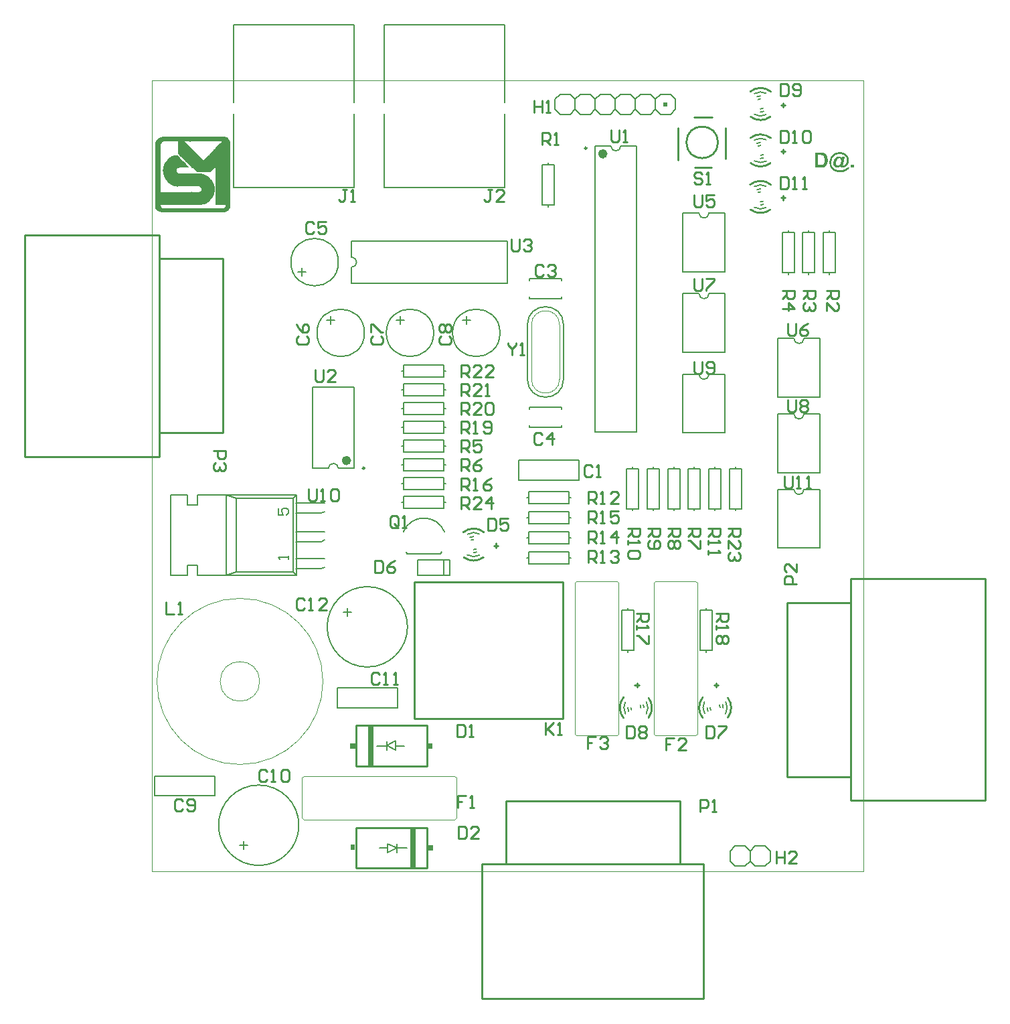
<source format=gto>
%FSLAX24Y24*%
%MOIN*%
G70*
G01*
G75*
G04 Layer_Color=61183*
%ADD10C,0.0236*%
%ADD11C,0.0157*%
%ADD12C,0.0591*%
%ADD13C,0.0197*%
%ADD14C,0.0394*%
%ADD15C,0.0709*%
%ADD16C,0.0315*%
%ADD17R,0.7480X0.4724*%
%ADD18R,0.3533X0.6102*%
%ADD19C,0.1378*%
%ADD20C,0.0787*%
%ADD21R,0.0591X0.0591*%
%ADD22C,0.0591*%
%ADD23C,0.0551*%
%ADD24C,0.1181*%
%ADD25O,0.0787X0.1575*%
G04:AMPARAMS|DCode=26|XSize=60mil|YSize=90.6mil|CornerRadius=0mil|HoleSize=0mil|Usage=FLASHONLY|Rotation=0.000|XOffset=0mil|YOffset=0mil|HoleType=Round|Shape=Octagon|*
%AMOCTAGOND26*
4,1,8,-0.0150,0.0453,0.0150,0.0453,0.0300,0.0303,0.0300,-0.0303,0.0150,-0.0453,-0.0150,-0.0453,-0.0300,-0.0303,-0.0300,0.0303,-0.0150,0.0453,0.0*
%
%ADD26OCTAGOND26*%

%ADD27O,0.0600X0.0906*%
%ADD28C,0.0650*%
%ADD29C,0.0591*%
%ADD30R,0.0591X0.0591*%
%ADD31C,0.0630*%
%ADD32C,0.1161*%
%ADD33O,0.1000X0.0600*%
G04:AMPARAMS|DCode=34|XSize=100mil|YSize=60mil|CornerRadius=0mil|HoleSize=0mil|Usage=FLASHONLY|Rotation=180.000|XOffset=0mil|YOffset=0mil|HoleType=Round|Shape=Octagon|*
%AMOCTAGOND34*
4,1,8,-0.0500,0.0150,-0.0500,-0.0150,-0.0350,-0.0300,0.0350,-0.0300,0.0500,-0.0150,0.0500,0.0150,0.0350,0.0300,-0.0350,0.0300,-0.0500,0.0150,0.0*
%
%ADD34OCTAGOND34*%

G04:AMPARAMS|DCode=35|XSize=80mil|YSize=60mil|CornerRadius=0mil|HoleSize=0mil|Usage=FLASHONLY|Rotation=90.000|XOffset=0mil|YOffset=0mil|HoleType=Round|Shape=Octagon|*
%AMOCTAGOND35*
4,1,8,0.0150,0.0400,-0.0150,0.0400,-0.0300,0.0250,-0.0300,-0.0250,-0.0150,-0.0400,0.0150,-0.0400,0.0300,-0.0250,0.0300,0.0250,0.0150,0.0400,0.0*
%
%ADD35OCTAGOND35*%

%ADD36C,0.0630*%
%ADD37R,0.0630X0.0630*%
%ADD38R,0.0591X0.0591*%
%ADD39R,0.1181X0.1181*%
%ADD40C,0.0709*%
%ADD41R,0.0630X0.0630*%
%ADD42O,0.1772X0.1378*%
%ADD43C,0.0866*%
%ADD44R,0.0866X0.0866*%
%ADD45C,0.1969*%
%ADD46R,0.0669X0.0984*%
%ADD47O,0.0669X0.0984*%
%ADD48R,0.0984X0.0984*%
%ADD49C,0.0984*%
%ADD50O,0.1575X0.0787*%
G04:AMPARAMS|DCode=51|XSize=60mil|YSize=90.6mil|CornerRadius=0mil|HoleSize=0mil|Usage=FLASHONLY|Rotation=90.000|XOffset=0mil|YOffset=0mil|HoleType=Round|Shape=Octagon|*
%AMOCTAGOND51*
4,1,8,-0.0453,-0.0150,-0.0453,0.0150,-0.0303,0.0300,0.0303,0.0300,0.0453,0.0150,0.0453,-0.0150,0.0303,-0.0300,-0.0303,-0.0300,-0.0453,-0.0150,0.0*
%
%ADD51OCTAGOND51*%

%ADD52O,0.0906X0.0600*%
%ADD53O,0.1400X0.0900*%
G04:AMPARAMS|DCode=54|XSize=118.1mil|YSize=118.1mil|CornerRadius=29.5mil|HoleSize=0mil|Usage=FLASHONLY|Rotation=270.000|XOffset=0mil|YOffset=0mil|HoleType=Round|Shape=RoundedRectangle|*
%AMROUNDEDRECTD54*
21,1,0.1181,0.0591,0,0,270.0*
21,1,0.0591,0.1181,0,0,270.0*
1,1,0.0591,-0.0295,-0.0295*
1,1,0.0591,-0.0295,0.0295*
1,1,0.0591,0.0295,0.0295*
1,1,0.0591,0.0295,-0.0295*
%
%ADD54ROUNDEDRECTD54*%
%ADD55O,0.1378X0.1772*%
%ADD56C,0.0500*%
%ADD57C,0.0472*%
%ADD58C,0.0100*%
%ADD59C,0.0079*%
%ADD60C,0.0098*%
%ADD61C,0.0060*%
%ADD62C,0.0020*%
%ADD63C,0.0039*%
%ADD64C,0.0030*%
%ADD65C,0.0080*%
%ADD66R,0.0200X0.0200*%
%ADD67R,0.0219X0.0300*%
%ADD68R,0.0252X0.0300*%
%ADD69R,0.0300X0.2008*%
%ADD70R,0.0219X0.0300*%
%ADD71R,0.0300X0.2008*%
G36*
X34969Y35020D02*
X34823D01*
Y35165D01*
X34969D01*
Y35020D01*
D02*
G37*
G36*
X34299Y35790D02*
X34310D01*
X34323Y35789D01*
X34338Y35786D01*
X34355Y35785D01*
X34372Y35782D01*
X34391Y35778D01*
X34430Y35769D01*
X34469Y35758D01*
X34489Y35750D01*
X34508Y35740D01*
X34510D01*
X34513Y35738D01*
X34518Y35735D01*
X34526Y35731D01*
X34534Y35725D01*
X34543Y35720D01*
X34566Y35703D01*
X34590Y35683D01*
X34617Y35658D01*
X34641Y35630D01*
X34663Y35596D01*
X34664Y35595D01*
X34665Y35592D01*
X34668Y35587D01*
X34671Y35580D01*
X34676Y35571D01*
X34680Y35560D01*
X34685Y35549D01*
X34691Y35536D01*
X34695Y35521D01*
X34700Y35505D01*
X34709Y35471D01*
X34715Y35432D01*
X34717Y35413D01*
Y35392D01*
Y35391D01*
Y35386D01*
Y35379D01*
X34716Y35370D01*
X34715Y35359D01*
X34713Y35345D01*
X34710Y35330D01*
X34707Y35313D01*
X34702Y35294D01*
X34698Y35276D01*
X34691Y35256D01*
X34683Y35235D01*
X34673Y35215D01*
X34662Y35194D01*
X34650Y35174D01*
X34635Y35153D01*
X34634Y35152D01*
X34631Y35148D01*
X34625Y35141D01*
X34617Y35133D01*
X34606Y35122D01*
X34595Y35111D01*
X34581Y35099D01*
X34565Y35087D01*
X34547Y35074D01*
X34527Y35062D01*
X34506Y35051D01*
X34483Y35040D01*
X34458Y35032D01*
X34431Y35025D01*
X34404Y35021D01*
X34375Y35020D01*
X34368D01*
X34360Y35021D01*
X34351Y35022D01*
X34330Y35027D01*
X34319Y35030D01*
X34310Y35035D01*
X34309Y35036D01*
X34307Y35037D01*
X34303Y35040D01*
X34299Y35046D01*
X34294Y35052D01*
X34288Y35060D01*
X34285Y35068D01*
X34281Y35078D01*
X34280Y35077D01*
X34279Y35076D01*
X34276Y35073D01*
X34271Y35069D01*
X34265Y35065D01*
X34258Y35060D01*
X34241Y35050D01*
X34220Y35038D01*
X34196Y35029D01*
X34170Y35022D01*
X34156Y35021D01*
X34141Y35020D01*
X34133D01*
X34127Y35021D01*
X34119Y35022D01*
X34111Y35023D01*
X34091Y35027D01*
X34068Y35034D01*
X34045Y35045D01*
X34033Y35051D01*
X34021Y35059D01*
X34009Y35068D01*
X33999Y35078D01*
X33998Y35080D01*
X33997Y35081D01*
X33994Y35084D01*
X33990Y35089D01*
X33986Y35095D01*
X33982Y35103D01*
X33976Y35111D01*
X33971Y35120D01*
X33961Y35143D01*
X33952Y35170D01*
X33945Y35201D01*
X33944Y35217D01*
X33942Y35235D01*
Y35236D01*
Y35241D01*
Y35247D01*
X33944Y35256D01*
X33945Y35266D01*
X33946Y35279D01*
X33948Y35293D01*
X33950Y35308D01*
X33955Y35325D01*
X33959Y35343D01*
X33964Y35361D01*
X33971Y35379D01*
X33979Y35399D01*
X33988Y35419D01*
X33999Y35438D01*
X34010Y35457D01*
X34012Y35458D01*
X34014Y35462D01*
X34018Y35468D01*
X34025Y35476D01*
X34033Y35485D01*
X34043Y35496D01*
X34054Y35506D01*
X34068Y35518D01*
X34082Y35529D01*
X34098Y35540D01*
X34115Y35550D01*
X34134Y35559D01*
X34155Y35567D01*
X34175Y35573D01*
X34198Y35578D01*
X34221Y35579D01*
X34231D01*
X34236Y35578D01*
X34244Y35577D01*
X34253Y35575D01*
X34273Y35570D01*
X34295Y35562D01*
X34307Y35556D01*
X34318Y35549D01*
X34329Y35541D01*
X34339Y35530D01*
X34348Y35520D01*
X34357Y35507D01*
X34370Y35566D01*
X34506D01*
X34429Y35195D01*
Y35194D01*
X34428Y35189D01*
X34427Y35183D01*
X34425Y35176D01*
X34423Y35161D01*
X34422Y35155D01*
Y35150D01*
Y35148D01*
X34423Y35143D01*
X34424Y35136D01*
X34428Y35130D01*
X34429Y35129D01*
X34431Y35128D01*
X34436Y35126D01*
X34442Y35125D01*
X34446D01*
X34451Y35126D01*
X34459Y35128D01*
X34468Y35132D01*
X34479Y35137D01*
X34491Y35144D01*
X34505Y35155D01*
X34506D01*
X34507Y35157D01*
X34514Y35161D01*
X34523Y35171D01*
X34536Y35182D01*
X34549Y35197D01*
X34564Y35216D01*
X34578Y35236D01*
X34590Y35260D01*
Y35261D01*
X34592Y35263D01*
X34594Y35266D01*
X34596Y35271D01*
X34598Y35277D01*
X34601Y35285D01*
X34608Y35302D01*
X34613Y35323D01*
X34619Y35346D01*
X34623Y35370D01*
X34624Y35397D01*
Y35398D01*
Y35402D01*
Y35409D01*
X34623Y35419D01*
X34621Y35429D01*
X34619Y35442D01*
X34616Y35456D01*
X34612Y35472D01*
X34608Y35488D01*
X34602Y35505D01*
X34594Y35522D01*
X34585Y35541D01*
X34574Y35558D01*
X34562Y35577D01*
X34548Y35594D01*
X34532Y35610D01*
X34530Y35611D01*
X34527Y35613D01*
X34522Y35618D01*
X34514Y35624D01*
X34505Y35630D01*
X34494Y35638D01*
X34481Y35646D01*
X34465Y35654D01*
X34447Y35662D01*
X34428Y35669D01*
X34407Y35677D01*
X34384Y35683D01*
X34360Y35688D01*
X34333Y35693D01*
X34304Y35695D01*
X34274Y35696D01*
X34261D01*
X34251Y35695D01*
X34239D01*
X34225Y35693D01*
X34210Y35692D01*
X34193Y35690D01*
X34156Y35683D01*
X34115Y35672D01*
X34096Y35665D01*
X34075Y35658D01*
X34055Y35649D01*
X34037Y35639D01*
X34036Y35638D01*
X34032Y35637D01*
X34028Y35633D01*
X34021Y35628D01*
X34013Y35623D01*
X34003Y35615D01*
X33993Y35607D01*
X33983Y35597D01*
X33971Y35586D01*
X33959Y35574D01*
X33947Y35560D01*
X33934Y35547D01*
X33911Y35514D01*
X33890Y35477D01*
Y35476D01*
X33888Y35473D01*
X33886Y35467D01*
X33882Y35459D01*
X33879Y35450D01*
X33875Y35438D01*
X33871Y35426D01*
X33866Y35412D01*
X33862Y35396D01*
X33857Y35379D01*
X33850Y35343D01*
X33844Y35303D01*
X33842Y35262D01*
Y35261D01*
Y35257D01*
Y35251D01*
X33843Y35243D01*
Y35234D01*
X33846Y35223D01*
X33847Y35210D01*
X33849Y35196D01*
X33856Y35165D01*
X33865Y35132D01*
X33879Y35098D01*
X33887Y35081D01*
X33896Y35064D01*
X33897Y35062D01*
X33899Y35060D01*
X33902Y35055D01*
X33907Y35049D01*
X33912Y35042D01*
X33919Y35034D01*
X33927Y35024D01*
X33937Y35014D01*
X33947Y35004D01*
X33959Y34993D01*
X33985Y34971D01*
X34016Y34950D01*
X34051Y34933D01*
X34052D01*
X34055Y34931D01*
X34061Y34930D01*
X34068Y34926D01*
X34077Y34924D01*
X34089Y34921D01*
X34101Y34916D01*
X34116Y34912D01*
X34133Y34909D01*
X34150Y34904D01*
X34168Y34901D01*
X34188Y34899D01*
X34232Y34894D01*
X34278Y34892D01*
X34289D01*
X34299Y34893D01*
X34309D01*
X34322Y34894D01*
X34336Y34895D01*
X34351Y34896D01*
X34384Y34900D01*
X34420Y34907D01*
X34455Y34915D01*
X34490Y34926D01*
X34491D01*
X34494Y34927D01*
X34498Y34930D01*
X34505Y34933D01*
X34512Y34937D01*
X34521Y34941D01*
X34542Y34953D01*
X34564Y34967D01*
X34588Y34985D01*
X34612Y35006D01*
X34634Y35030D01*
X34745D01*
Y35029D01*
X34743Y35025D01*
X34739Y35020D01*
X34736Y35013D01*
X34730Y35004D01*
X34723Y34994D01*
X34715Y34983D01*
X34706Y34970D01*
X34695Y34957D01*
X34684Y34944D01*
X34670Y34931D01*
X34656Y34917D01*
X34640Y34903D01*
X34624Y34891D01*
X34605Y34878D01*
X34586Y34866D01*
X34585Y34865D01*
X34580Y34863D01*
X34573Y34859D01*
X34564Y34856D01*
X34552Y34850D01*
X34537Y34844D01*
X34521Y34839D01*
X34503Y34832D01*
X34482Y34825D01*
X34459Y34819D01*
X34435Y34813D01*
X34408Y34808D01*
X34381Y34804D01*
X34351Y34801D01*
X34319Y34798D01*
X34287Y34797D01*
X34271D01*
X34258Y34798D01*
X34243Y34799D01*
X34227Y34801D01*
X34208Y34802D01*
X34187Y34804D01*
X34164Y34808D01*
X34140Y34811D01*
X34091Y34821D01*
X34066Y34828D01*
X34040Y34836D01*
X34016Y34844D01*
X33992Y34855D01*
X33991Y34856D01*
X33986Y34857D01*
X33980Y34861D01*
X33972Y34865D01*
X33962Y34872D01*
X33949Y34879D01*
X33937Y34887D01*
X33923Y34897D01*
X33908Y34909D01*
X33893Y34922D01*
X33878Y34936D01*
X33863Y34950D01*
X33848Y34967D01*
X33834Y34985D01*
X33820Y35004D01*
X33809Y35024D01*
X33807Y35025D01*
X33806Y35029D01*
X33803Y35036D01*
X33799Y35044D01*
X33795Y35054D01*
X33790Y35067D01*
X33784Y35081D01*
X33779Y35097D01*
X33773Y35114D01*
X33767Y35133D01*
X33763Y35153D01*
X33758Y35174D01*
X33751Y35220D01*
X33750Y35245D01*
X33749Y35269D01*
Y35270D01*
Y35276D01*
Y35283D01*
X33750Y35293D01*
X33751Y35307D01*
X33752Y35322D01*
X33754Y35338D01*
X33757Y35358D01*
X33761Y35377D01*
X33765Y35399D01*
X33771Y35421D01*
X33777Y35444D01*
X33786Y35468D01*
X33795Y35492D01*
X33805Y35515D01*
X33817Y35540D01*
X33818Y35541D01*
X33820Y35545D01*
X33824Y35551D01*
X33829Y35560D01*
X33836Y35571D01*
X33844Y35582D01*
X33855Y35596D01*
X33866Y35610D01*
X33879Y35625D01*
X33893Y35641D01*
X33909Y35656D01*
X33925Y35672D01*
X33944Y35687D01*
X33962Y35702D01*
X33983Y35715D01*
X34005Y35728D01*
X34006Y35729D01*
X34010Y35730D01*
X34016Y35733D01*
X34025Y35738D01*
X34037Y35743D01*
X34051Y35747D01*
X34066Y35753D01*
X34083Y35760D01*
X34103Y35766D01*
X34123Y35771D01*
X34145Y35776D01*
X34170Y35781D01*
X34195Y35785D01*
X34221Y35789D01*
X34248Y35790D01*
X34277Y35791D01*
X34289D01*
X34299Y35790D01*
D02*
G37*
G36*
X33342Y35776D02*
X33362Y35775D01*
X33387Y35774D01*
X33410Y35771D01*
X33433Y35767D01*
X33453Y35762D01*
X33455D01*
X33457Y35761D01*
X33460Y35760D01*
X33465Y35759D01*
X33477Y35753D01*
X33493Y35746D01*
X33510Y35737D01*
X33528Y35724D01*
X33548Y35709D01*
X33566Y35692D01*
X33568D01*
X33569Y35690D01*
X33575Y35683D01*
X33583Y35672D01*
X33594Y35658D01*
X33606Y35640D01*
X33617Y35619D01*
X33629Y35596D01*
X33639Y35570D01*
Y35569D01*
X33640Y35566D01*
X33641Y35563D01*
X33643Y35557D01*
X33645Y35550D01*
X33647Y35541D01*
X33649Y35532D01*
X33652Y35520D01*
X33654Y35507D01*
X33656Y35495D01*
X33661Y35464D01*
X33663Y35429D01*
X33664Y35391D01*
Y35390D01*
Y35386D01*
Y35382D01*
Y35375D01*
X33663Y35367D01*
Y35358D01*
X33661Y35336D01*
X33659Y35310D01*
X33654Y35284D01*
X33648Y35256D01*
X33640Y35230D01*
Y35228D01*
X33639Y35226D01*
X33638Y35221D01*
X33636Y35216D01*
X33632Y35209D01*
X33629Y35201D01*
X33620Y35182D01*
X33608Y35160D01*
X33594Y35138D01*
X33578Y35117D01*
X33560Y35096D01*
X33557Y35095D01*
X33553Y35089D01*
X33543Y35082D01*
X33532Y35074D01*
X33516Y35064D01*
X33497Y35053D01*
X33477Y35044D01*
X33452Y35035D01*
X33450Y35034D01*
X33443Y35032D01*
X33433Y35030D01*
X33417Y35028D01*
X33398Y35024D01*
X33375Y35022D01*
X33347Y35021D01*
X33317Y35020D01*
X33031D01*
Y35777D01*
X33332D01*
X33342Y35776D01*
D02*
G37*
%LPC*%
G36*
X33285Y35649D02*
X33185D01*
Y35148D01*
X33320D01*
X33334Y35149D01*
X33347D01*
X33364Y35151D01*
X33377Y35152D01*
X33389Y35155D01*
X33390D01*
X33396Y35157D01*
X33403Y35159D01*
X33411Y35161D01*
X33432Y35172D01*
X33442Y35178D01*
X33451Y35186D01*
X33452Y35187D01*
X33456Y35190D01*
X33459Y35195D01*
X33465Y35203D01*
X33472Y35213D01*
X33478Y35226D01*
X33485Y35241D01*
X33490Y35258D01*
Y35260D01*
X33492Y35261D01*
Y35264D01*
X33493Y35268D01*
X33495Y35279D01*
X33498Y35295D01*
X33502Y35315D01*
X33504Y35339D01*
X33505Y35367D01*
X33507Y35398D01*
Y35399D01*
Y35401D01*
Y35406D01*
Y35413D01*
Y35420D01*
X33505Y35428D01*
X33504Y35447D01*
X33503Y35469D01*
X33500Y35491D01*
X33496Y35513D01*
X33490Y35532D01*
X33489Y35534D01*
X33488Y35540D01*
X33485Y35548D01*
X33480Y35558D01*
X33473Y35571D01*
X33466Y35582D01*
X33458Y35595D01*
X33448Y35605D01*
X33447Y35607D01*
X33443Y35610D01*
X33436Y35615D01*
X33428Y35620D01*
X33419Y35626D01*
X33406Y35632D01*
X33392Y35637D01*
X33377Y35641D01*
X33376D01*
X33370Y35642D01*
X33362Y35643D01*
X33350Y35646D01*
X33342D01*
X33332Y35647D01*
X33323D01*
X33312Y35648D01*
X33299D01*
X33285Y35649D01*
D02*
G37*
G36*
X34234Y35485D02*
X34226D01*
X34218Y35483D01*
X34206Y35481D01*
X34194Y35477D01*
X34180Y35471D01*
X34166Y35462D01*
X34151Y35451D01*
X34150Y35450D01*
X34145Y35444D01*
X34138Y35437D01*
X34130Y35426D01*
X34121Y35412D01*
X34112Y35396D01*
X34103Y35375D01*
X34095Y35353D01*
Y35352D01*
X34093Y35351D01*
Y35347D01*
X34092Y35343D01*
X34089Y35330D01*
X34085Y35315D01*
X34082Y35298D01*
X34080Y35279D01*
X34077Y35260D01*
X34076Y35241D01*
Y35240D01*
Y35239D01*
Y35235D01*
Y35231D01*
X34077Y35219D01*
X34080Y35204D01*
X34083Y35188D01*
X34088Y35173D01*
X34093Y35157D01*
X34103Y35144D01*
X34104Y35143D01*
X34107Y35140D01*
X34113Y35135D01*
X34121Y35129D01*
X34130Y35123D01*
X34142Y35119D01*
X34155Y35115D01*
X34168Y35114D01*
X34173D01*
X34179Y35115D01*
X34186Y35117D01*
X34195Y35118D01*
X34204Y35120D01*
X34213Y35123D01*
X34224Y35128D01*
X34225D01*
X34227Y35130D01*
X34231Y35133D01*
X34236Y35136D01*
X34248Y35147D01*
X34262Y35160D01*
X34263Y35161D01*
X34266Y35166D01*
X34272Y35173D01*
X34278Y35183D01*
X34286Y35196D01*
X34293Y35212D01*
X34301Y35231D01*
X34309Y35251D01*
Y35253D01*
X34310Y35254D01*
X34311Y35257D01*
X34312Y35262D01*
X34316Y35273D01*
X34319Y35288D01*
X34323Y35306D01*
X34326Y35325D01*
X34329Y35345D01*
X34330Y35364D01*
Y35366D01*
Y35367D01*
Y35374D01*
X34329Y35384D01*
X34326Y35397D01*
X34323Y35412D01*
X34318Y35427D01*
X34311Y35441D01*
X34302Y35453D01*
X34301Y35454D01*
X34297Y35458D01*
X34292Y35464D01*
X34284Y35469D01*
X34273Y35475D01*
X34262Y35481D01*
X34249Y35484D01*
X34234Y35485D01*
D02*
G37*
%LPD*%
D10*
X22579Y35709D02*
G03*
X22579Y35709I-118J0D01*
G01*
X9813Y20443D02*
G03*
X9813Y20443I-118J0D01*
G01*
D58*
X28197Y36278D02*
G03*
X28197Y36278I-787J0D01*
G01*
X29827Y37555D02*
G03*
X30315Y37389I488J634D01*
G01*
X30315D02*
G03*
X30803Y37555I0J800D01*
G01*
X30315Y38989D02*
G03*
X29803Y38804I0J-800D01*
G01*
X30827Y38804D02*
G03*
X30315Y38989I-512J-615D01*
G01*
X29827Y35242D02*
G03*
X30315Y35076I488J634D01*
G01*
X30315D02*
G03*
X30803Y35242I0J800D01*
G01*
X30315Y36676D02*
G03*
X29803Y36491I0J-800D01*
G01*
X30827Y36491D02*
G03*
X30315Y36676I-512J-615D01*
G01*
X29827Y32929D02*
G03*
X30315Y32763I488J634D01*
G01*
X30315D02*
G03*
X30803Y32929I0J800D01*
G01*
X30315Y34363D02*
G03*
X29803Y34178I0J-800D01*
G01*
X30827Y34178D02*
G03*
X30315Y34363I-512J-615D01*
G01*
X15540Y15626D02*
G03*
X16028Y15460I488J634D01*
G01*
X16028D02*
G03*
X16515Y15626I0J800D01*
G01*
X16028Y17060D02*
G03*
X15515Y16874I0J-800D01*
G01*
X16540Y16874D02*
G03*
X16028Y17060I-512J-615D01*
G01*
X24742Y7652D02*
G03*
X24908Y8140I-634J488D01*
G01*
Y8140D02*
G03*
X24742Y8628I-800J0D01*
G01*
X23308Y8140D02*
G03*
X23494Y7628I800J0D01*
G01*
X23494Y8652D02*
G03*
X23308Y8140I615J-512D01*
G01*
X28689Y7652D02*
G03*
X28855Y8140I-634J488D01*
G01*
Y8140D02*
G03*
X28689Y8628I-800J0D01*
G01*
X27255Y8140D02*
G03*
X27441Y7628I800J0D01*
G01*
X27441Y8652D02*
G03*
X27255Y8140I615J-512D01*
G01*
X27026Y35018D02*
X27888D01*
X27014Y37526D02*
X27911D01*
X28585Y35478D02*
Y36986D01*
X26222Y35411D02*
Y36986D01*
X3532Y21824D02*
Y30486D01*
X382Y21824D02*
Y30486D01*
X3532D01*
X382Y21824D02*
X3532D01*
X-6311Y31667D02*
X382D01*
Y20643D02*
Y31667D01*
X-6311Y20643D02*
Y31667D01*
Y20643D02*
X382D01*
X20479Y7604D02*
Y14404D01*
X13079Y7804D02*
Y14404D01*
Y7604D02*
X20479D01*
X13079Y14404D02*
X20479D01*
X13079Y7604D02*
Y7804D01*
X31657Y4705D02*
Y13366D01*
X34807Y4705D02*
Y13366D01*
X31657Y4705D02*
X34807D01*
X31657Y13366D02*
X34807D01*
Y3524D02*
X41500D01*
X34807D02*
Y14547D01*
X41500Y3524D02*
Y14547D01*
X34807D02*
X41500D01*
X17638Y3504D02*
X26299D01*
X17638Y354D02*
X26299D01*
X17638D02*
Y3504D01*
X26299Y354D02*
Y3504D01*
X16457Y-6339D02*
Y354D01*
Y354D02*
X27480D01*
X16457Y-6339D02*
X27480D01*
Y354D01*
X13720Y5246D02*
Y7254D01*
X10167Y5246D02*
X13720D01*
X10167D02*
Y7254D01*
X13720D01*
X10167Y148D02*
Y2156D01*
X13721D01*
Y148D02*
Y2156D01*
X10167Y148D02*
X13721D01*
X27398Y34703D02*
X27298Y34803D01*
X27098D01*
X26998Y34703D01*
Y34603D01*
X27098Y34503D01*
X27298D01*
X27398Y34403D01*
Y34303D01*
X27298Y34203D01*
X27098D01*
X26998Y34303D01*
X27598Y34203D02*
X27798D01*
X27698D01*
Y34803D01*
X27598Y34703D01*
X17756Y26295D02*
Y26196D01*
X17956Y25996D01*
X18156Y26196D01*
Y26295D01*
X17956Y25996D02*
Y25696D01*
X18356D02*
X18556D01*
X18456D01*
Y26295D01*
X18356Y26196D01*
X7805Y19015D02*
Y18515D01*
X7905Y18415D01*
X8105D01*
X8205Y18515D01*
Y19015D01*
X8405Y18415D02*
X8605D01*
X8505D01*
Y19015D01*
X8405Y18915D01*
X8905D02*
X9005Y19015D01*
X9205D01*
X9305Y18915D01*
Y18515D01*
X9205Y18415D01*
X9005D01*
X8905Y18515D01*
Y18915D01*
X27011Y25371D02*
Y24871D01*
X27111Y24771D01*
X27311D01*
X27411Y24871D01*
Y25371D01*
X27610Y24871D02*
X27710Y24771D01*
X27910D01*
X28010Y24871D01*
Y25271D01*
X27910Y25371D01*
X27710D01*
X27610Y25271D01*
Y25171D01*
X27710Y25071D01*
X28010D01*
X31671Y23460D02*
Y22960D01*
X31771Y22860D01*
X31971D01*
X32071Y22960D01*
Y23460D01*
X32271Y23360D02*
X32371Y23460D01*
X32571D01*
X32671Y23360D01*
Y23260D01*
X32571Y23160D01*
X32671Y23060D01*
Y22960D01*
X32571Y22860D01*
X32371D01*
X32271Y22960D01*
Y23060D01*
X32371Y23160D01*
X32271Y23260D01*
Y23360D01*
X32371Y23160D02*
X32571D01*
X27011Y29510D02*
Y29010D01*
X27111Y28910D01*
X27311D01*
X27411Y29010D01*
Y29510D01*
X27610D02*
X28010D01*
Y29410D01*
X27610Y29010D01*
Y28910D01*
X31671Y27266D02*
Y26766D01*
X31771Y26666D01*
X31971D01*
X32071Y26766D01*
Y27266D01*
X32671D02*
X32471Y27166D01*
X32271Y26966D01*
Y26766D01*
X32371Y26666D01*
X32571D01*
X32671Y26766D01*
Y26866D01*
X32571Y26966D01*
X32271D01*
X27011Y33649D02*
Y33149D01*
X27111Y33049D01*
X27311D01*
X27411Y33149D01*
Y33649D01*
X28010D02*
X27610D01*
Y33349D01*
X27810Y33449D01*
X27910D01*
X28010Y33349D01*
Y33149D01*
X27910Y33049D01*
X27710D01*
X27610Y33149D01*
X17923Y31466D02*
Y30966D01*
X18023Y30866D01*
X18223D01*
X18323Y30966D01*
Y31466D01*
X18523Y31366D02*
X18623Y31466D01*
X18823D01*
X18923Y31366D01*
Y31266D01*
X18823Y31166D01*
X18723D01*
X18823D01*
X18923Y31066D01*
Y30966D01*
X18823Y30866D01*
X18623D01*
X18523Y30966D01*
X8145Y24977D02*
Y24477D01*
X8245Y24377D01*
X8445D01*
X8545Y24477D01*
Y24977D01*
X9145Y24377D02*
X8745D01*
X9145Y24777D01*
Y24877D01*
X9045Y24977D01*
X8845D01*
X8745Y24877D01*
X22874Y36899D02*
Y36399D01*
X22974Y36299D01*
X23174D01*
X23274Y36399D01*
Y36899D01*
X23474Y36299D02*
X23674D01*
X23574D01*
Y36899D01*
X23474Y36799D01*
X16925Y33927D02*
X16726D01*
X16825D01*
Y33427D01*
X16726Y33327D01*
X16626D01*
X16526Y33427D01*
X17525Y33327D02*
X17125D01*
X17525Y33727D01*
Y33827D01*
X17425Y33927D01*
X17225D01*
X17125Y33827D01*
X9691Y33927D02*
X9491D01*
X9591D01*
Y33427D01*
X9491Y33327D01*
X9391D01*
X9291Y33427D01*
X9891Y33327D02*
X10091D01*
X9991D01*
Y33927D01*
X9891Y33827D01*
X15398Y24602D02*
Y25201D01*
X15698D01*
X15798Y25101D01*
Y24901D01*
X15698Y24802D01*
X15398D01*
X15598D02*
X15798Y24602D01*
X16397D02*
X15997D01*
X16397Y25001D01*
Y25101D01*
X16297Y25201D01*
X16097D01*
X15997Y25101D01*
X16997Y24602D02*
X16597D01*
X16997Y25001D01*
Y25101D01*
X16897Y25201D01*
X16697D01*
X16597Y25101D01*
X15398Y23664D02*
Y24264D01*
X15698D01*
X15798Y24164D01*
Y23964D01*
X15698Y23864D01*
X15398D01*
X15598D02*
X15798Y23664D01*
X16397D02*
X15997D01*
X16397Y24064D01*
Y24164D01*
X16297Y24264D01*
X16097D01*
X15997Y24164D01*
X16597Y23664D02*
X16797D01*
X16697D01*
Y24264D01*
X16597Y24164D01*
X15398Y22727D02*
Y23327D01*
X15698D01*
X15798Y23227D01*
Y23027D01*
X15698Y22927D01*
X15398D01*
X15598D02*
X15798Y22727D01*
X16397D02*
X15997D01*
X16397Y23127D01*
Y23227D01*
X16297Y23327D01*
X16097D01*
X15997Y23227D01*
X16597D02*
X16697Y23327D01*
X16897D01*
X16997Y23227D01*
Y22827D01*
X16897Y22727D01*
X16697D01*
X16597Y22827D01*
Y23227D01*
X15398Y21790D02*
Y22390D01*
X15698D01*
X15798Y22290D01*
Y22090D01*
X15698Y21990D01*
X15398D01*
X15598D02*
X15798Y21790D01*
X15997D02*
X16197D01*
X16097D01*
Y22390D01*
X15997Y22290D01*
X16497Y21890D02*
X16597Y21790D01*
X16797D01*
X16897Y21890D01*
Y22290D01*
X16797Y22390D01*
X16597D01*
X16497Y22290D01*
Y22190D01*
X16597Y22090D01*
X16897D01*
X28110Y12844D02*
X28710D01*
Y12545D01*
X28610Y12445D01*
X28410D01*
X28310Y12545D01*
Y12844D01*
Y12645D02*
X28110Y12445D01*
Y12245D02*
Y12045D01*
Y12145D01*
X28710D01*
X28610Y12245D01*
Y11745D02*
X28710Y11645D01*
Y11445D01*
X28610Y11345D01*
X28510D01*
X28410Y11445D01*
X28310Y11345D01*
X28210D01*
X28110Y11445D01*
Y11645D01*
X28210Y11745D01*
X28310D01*
X28410Y11645D01*
X28510Y11745D01*
X28610D01*
X28410Y11645D02*
Y11445D01*
X24154Y12844D02*
X24753D01*
Y12545D01*
X24653Y12445D01*
X24453D01*
X24354Y12545D01*
Y12844D01*
Y12645D02*
X24154Y12445D01*
Y12245D02*
Y12045D01*
Y12145D01*
X24753D01*
X24653Y12245D01*
X24753Y11745D02*
Y11345D01*
X24653D01*
X24254Y11745D01*
X24154D01*
X15398Y18979D02*
Y19578D01*
X15698D01*
X15798Y19478D01*
Y19278D01*
X15698Y19178D01*
X15398D01*
X15598D02*
X15798Y18979D01*
X15997D02*
X16197D01*
X16097D01*
Y19578D01*
X15997Y19478D01*
X16897Y19578D02*
X16697Y19478D01*
X16497Y19278D01*
Y19078D01*
X16597Y18979D01*
X16797D01*
X16897Y19078D01*
Y19178D01*
X16797Y19278D01*
X16497D01*
X21736Y17323D02*
Y17923D01*
X22036D01*
X22136Y17823D01*
Y17623D01*
X22036Y17523D01*
X21736D01*
X21936D02*
X22136Y17323D01*
X22336D02*
X22536D01*
X22436D01*
Y17923D01*
X22336Y17823D01*
X23236Y17923D02*
X22836D01*
Y17623D01*
X23036Y17723D01*
X23136D01*
X23236Y17623D01*
Y17423D01*
X23136Y17323D01*
X22936D01*
X22836Y17423D01*
X21736Y16339D02*
Y16938D01*
X22036D01*
X22136Y16838D01*
Y16638D01*
X22036Y16539D01*
X21736D01*
X21936D02*
X22136Y16339D01*
X22336D02*
X22536D01*
X22436D01*
Y16938D01*
X22336Y16838D01*
X23136Y16339D02*
Y16938D01*
X22836Y16638D01*
X23236D01*
X21736Y15354D02*
Y15954D01*
X22036D01*
X22136Y15854D01*
Y15654D01*
X22036Y15554D01*
X21736D01*
X21936D02*
X22136Y15354D01*
X22336D02*
X22536D01*
X22436D01*
Y15954D01*
X22336Y15854D01*
X22836D02*
X22936Y15954D01*
X23136D01*
X23236Y15854D01*
Y15754D01*
X23136Y15654D01*
X23036D01*
X23136D01*
X23236Y15554D01*
Y15454D01*
X23136Y15354D01*
X22936D01*
X22836Y15454D01*
X21736Y18307D02*
Y18907D01*
X22036D01*
X22136Y18807D01*
Y18607D01*
X22036Y18507D01*
X21736D01*
X21936D02*
X22136Y18307D01*
X22336D02*
X22536D01*
X22436D01*
Y18907D01*
X22336Y18807D01*
X23236Y18307D02*
X22836D01*
X23236Y18707D01*
Y18807D01*
X23136Y18907D01*
X22936D01*
X22836Y18807D01*
X27709Y17069D02*
X28308D01*
Y16769D01*
X28208Y16669D01*
X28008D01*
X27908Y16769D01*
Y17069D01*
Y16869D02*
X27709Y16669D01*
Y16469D02*
Y16269D01*
Y16369D01*
X28308D01*
X28208Y16469D01*
X27709Y15969D02*
Y15769D01*
Y15869D01*
X28308D01*
X28208Y15969D01*
X23700Y17069D02*
X24300D01*
Y16769D01*
X24200Y16669D01*
X24000D01*
X23900Y16769D01*
Y17069D01*
Y16869D02*
X23700Y16669D01*
Y16469D02*
Y16269D01*
Y16369D01*
X24300D01*
X24200Y16469D01*
Y15969D02*
X24300Y15869D01*
Y15669D01*
X24200Y15569D01*
X23800D01*
X23700Y15669D01*
Y15869D01*
X23800Y15969D01*
X24200D01*
X24702Y17069D02*
X25302D01*
Y16769D01*
X25202Y16669D01*
X25002D01*
X24902Y16769D01*
Y17069D01*
Y16869D02*
X24702Y16669D01*
X24802Y16469D02*
X24702Y16369D01*
Y16169D01*
X24802Y16069D01*
X25202D01*
X25302Y16169D01*
Y16369D01*
X25202Y16469D01*
X25102D01*
X25002Y16369D01*
Y16069D01*
X25704Y17069D02*
X26304D01*
Y16769D01*
X26204Y16669D01*
X26004D01*
X25904Y16769D01*
Y17069D01*
Y16869D02*
X25704Y16669D01*
X26204Y16469D02*
X26304Y16369D01*
Y16169D01*
X26204Y16069D01*
X26104D01*
X26004Y16169D01*
X25904Y16069D01*
X25804D01*
X25704Y16169D01*
Y16369D01*
X25804Y16469D01*
X25904D01*
X26004Y16369D01*
X26104Y16469D01*
X26204D01*
X26004Y16369D02*
Y16169D01*
X26706Y17069D02*
X27306D01*
Y16769D01*
X27206Y16669D01*
X27006D01*
X26906Y16769D01*
Y17069D01*
Y16869D02*
X26706Y16669D01*
X27306Y16469D02*
Y16069D01*
X27206D01*
X26806Y16469D01*
X26706D01*
X15398Y19916D02*
Y20515D01*
X15698D01*
X15798Y20416D01*
Y20216D01*
X15698Y20116D01*
X15398D01*
X15598D02*
X15798Y19916D01*
X16397Y20515D02*
X16197Y20416D01*
X15997Y20216D01*
Y20016D01*
X16097Y19916D01*
X16297D01*
X16397Y20016D01*
Y20116D01*
X16297Y20216D01*
X15997D01*
X15398Y20853D02*
Y21453D01*
X15698D01*
X15798Y21353D01*
Y21153D01*
X15698Y21053D01*
X15398D01*
X15598D02*
X15798Y20853D01*
X16397Y21453D02*
X15997D01*
Y21153D01*
X16197Y21253D01*
X16297D01*
X16397Y21153D01*
Y20953D01*
X16297Y20853D01*
X16097D01*
X15997Y20953D01*
X31424Y28881D02*
X32024D01*
Y28582D01*
X31924Y28482D01*
X31724D01*
X31624Y28582D01*
Y28881D01*
Y28682D02*
X31424Y28482D01*
Y27982D02*
X32024D01*
X31724Y28282D01*
Y27882D01*
X32439Y28881D02*
X33038D01*
Y28582D01*
X32938Y28482D01*
X32738D01*
X32639Y28582D01*
Y28881D01*
Y28682D02*
X32439Y28482D01*
X32938Y28282D02*
X33038Y28182D01*
Y27982D01*
X32938Y27882D01*
X32838D01*
X32738Y27982D01*
Y28082D01*
Y27982D01*
X32639Y27882D01*
X32539D01*
X32439Y27982D01*
Y28182D01*
X32539Y28282D01*
X33603Y28881D02*
X34203D01*
Y28582D01*
X34103Y28482D01*
X33903D01*
X33803Y28582D01*
Y28881D01*
Y28682D02*
X33603Y28482D01*
Y27882D02*
Y28282D01*
X34003Y27882D01*
X34103D01*
X34203Y27982D01*
Y28182D01*
X34103Y28282D01*
X19454Y36170D02*
Y36770D01*
X19754D01*
X19854Y36670D01*
Y36470D01*
X19754Y36370D01*
X19454D01*
X19654D02*
X19854Y36170D01*
X20054D02*
X20254D01*
X20154D01*
Y36770D01*
X20054Y36670D01*
X12260Y17196D02*
Y17596D01*
X12160Y17696D01*
X11960D01*
X11860Y17596D01*
Y17196D01*
X11960Y17096D01*
X12160D01*
X12060Y17296D02*
X12260Y17096D01*
X12160D02*
X12260Y17196D01*
X12460Y17096D02*
X12660D01*
X12560D01*
Y17696D01*
X12460Y17596D01*
X3071Y20915D02*
X3671D01*
Y20615D01*
X3571Y20515D01*
X3371D01*
X3271Y20615D01*
Y20915D01*
X3571Y20316D02*
X3671Y20216D01*
Y20016D01*
X3571Y19916D01*
X3471D01*
X3371Y20016D01*
Y20116D01*
Y20016D01*
X3271Y19916D01*
X3171D01*
X3071Y20016D01*
Y20216D01*
X3171Y20316D01*
X32116Y14291D02*
X31516D01*
Y14591D01*
X31616Y14691D01*
X31816D01*
X31916Y14591D01*
Y14291D01*
X32116Y15291D02*
Y14891D01*
X31716Y15291D01*
X31616D01*
X31516Y15191D01*
Y14991D01*
X31616Y14891D01*
X27313Y2963D02*
Y3562D01*
X27613D01*
X27713Y3462D01*
Y3263D01*
X27613Y3163D01*
X27313D01*
X27913Y2963D02*
X28113D01*
X28013D01*
Y3562D01*
X27913Y3462D01*
X699Y13395D02*
Y12795D01*
X1099D01*
X1299D02*
X1499D01*
X1399D01*
Y13395D01*
X1299Y13295D01*
X19600Y7393D02*
Y6793D01*
Y6993D01*
X20000Y7393D01*
X19700Y7093D01*
X20000Y6793D01*
X20200D02*
X20400D01*
X20300D01*
Y7393D01*
X20200Y7293D01*
X31102Y994D02*
Y394D01*
Y694D01*
X31502D01*
Y994D01*
Y394D01*
X32102D02*
X31702D01*
X32102Y794D01*
Y894D01*
X32002Y994D01*
X31802D01*
X31702Y894D01*
X19045Y38375D02*
Y37776D01*
Y38075D01*
X19445D01*
Y38375D01*
Y37776D01*
X19645D02*
X19845D01*
X19745D01*
Y38375D01*
X19645Y38275D01*
X22093Y6692D02*
X21693D01*
Y6392D01*
X21893D01*
X21693D01*
Y6093D01*
X22293Y6592D02*
X22393Y6692D01*
X22593D01*
X22693Y6592D01*
Y6492D01*
X22593Y6392D01*
X22493D01*
X22593D01*
X22693Y6292D01*
Y6192D01*
X22593Y6093D01*
X22393D01*
X22293Y6192D01*
X26024Y6614D02*
X25624D01*
Y6314D01*
X25824D01*
X25624D01*
Y6014D01*
X26624D02*
X26224D01*
X26624Y6414D01*
Y6514D01*
X26524Y6614D01*
X26324D01*
X26224Y6514D01*
X15640Y3773D02*
X15240D01*
Y3473D01*
X15440D01*
X15240D01*
Y3173D01*
X15840D02*
X16040D01*
X15940D01*
Y3773D01*
X15840Y3673D01*
X31299Y34576D02*
Y33976D01*
X31599D01*
X31699Y34076D01*
Y34476D01*
X31599Y34576D01*
X31299D01*
X31899Y33976D02*
X32099D01*
X31999D01*
Y34576D01*
X31899Y34476D01*
X32399Y33976D02*
X32599D01*
X32499D01*
Y34576D01*
X32399Y34476D01*
X31299Y36879D02*
Y36280D01*
X31599D01*
X31699Y36379D01*
Y36779D01*
X31599Y36879D01*
X31299D01*
X31899Y36280D02*
X32099D01*
X31999D01*
Y36879D01*
X31899Y36779D01*
X32399D02*
X32499Y36879D01*
X32699D01*
X32799Y36779D01*
Y36379D01*
X32699Y36280D01*
X32499D01*
X32399Y36379D01*
Y36779D01*
X31299Y39182D02*
Y38583D01*
X31599D01*
X31699Y38683D01*
Y39083D01*
X31599Y39182D01*
X31299D01*
X31899Y38683D02*
X31999Y38583D01*
X32199D01*
X32299Y38683D01*
Y39083D01*
X32199Y39182D01*
X31999D01*
X31899Y39083D01*
Y38983D01*
X31999Y38883D01*
X32299D01*
X23652Y7214D02*
Y6614D01*
X23952D01*
X24051Y6714D01*
Y7114D01*
X23952Y7214D01*
X23652D01*
X24251Y7114D02*
X24351Y7214D01*
X24551D01*
X24651Y7114D01*
Y7014D01*
X24551Y6914D01*
X24651Y6814D01*
Y6714D01*
X24551Y6614D01*
X24351D01*
X24251Y6714D01*
Y6814D01*
X24351Y6914D01*
X24251Y7014D01*
Y7114D01*
X24351Y6914D02*
X24551D01*
X27622Y7214D02*
Y6614D01*
X27922D01*
X28022Y6714D01*
Y7114D01*
X27922Y7214D01*
X27622D01*
X28222D02*
X28622D01*
Y7114D01*
X28222Y6714D01*
Y6614D01*
X11122Y15462D02*
Y14862D01*
X11422D01*
X11522Y14962D01*
Y15362D01*
X11422Y15462D01*
X11122D01*
X12122D02*
X11922Y15362D01*
X11722Y15162D01*
Y14962D01*
X11822Y14862D01*
X12022D01*
X12122Y14962D01*
Y15062D01*
X12022Y15162D01*
X11722D01*
X16736Y17568D02*
Y16969D01*
X17036D01*
X17136Y17068D01*
Y17468D01*
X17036Y17568D01*
X16736D01*
X17736D02*
X17336D01*
Y17268D01*
X17536Y17368D01*
X17636D01*
X17736Y17268D01*
Y17068D01*
X17636Y16969D01*
X17436D01*
X17336Y17068D01*
X15271Y2214D02*
Y1614D01*
X15571D01*
X15671Y1714D01*
Y2114D01*
X15571Y2214D01*
X15271D01*
X16270Y1614D02*
X15870D01*
X16270Y2014D01*
Y2114D01*
X16170Y2214D01*
X15970D01*
X15870Y2114D01*
X15212Y7303D02*
Y6703D01*
X15512D01*
X15612Y6803D01*
Y7203D01*
X15512Y7303D01*
X15212D01*
X15811Y6703D02*
X16011D01*
X15911D01*
Y7303D01*
X15811Y7203D01*
X7595Y13492D02*
X7495Y13592D01*
X7295D01*
X7195Y13492D01*
Y13092D01*
X7295Y12992D01*
X7495D01*
X7595Y13092D01*
X7795Y12992D02*
X7995D01*
X7895D01*
Y13592D01*
X7795Y13492D01*
X8694Y12992D02*
X8295D01*
X8694Y13392D01*
Y13492D01*
X8594Y13592D01*
X8394D01*
X8295Y13492D01*
X11331Y9811D02*
X11231Y9911D01*
X11031D01*
X10931Y9811D01*
Y9411D01*
X11031Y9311D01*
X11231D01*
X11331Y9411D01*
X11531Y9311D02*
X11731D01*
X11631D01*
Y9911D01*
X11531Y9811D01*
X12031Y9311D02*
X12231D01*
X12131D01*
Y9911D01*
X12031Y9811D01*
X5754Y4968D02*
X5654Y5068D01*
X5454D01*
X5354Y4968D01*
Y4568D01*
X5454Y4469D01*
X5654D01*
X5754Y4568D01*
X5954Y4469D02*
X6154D01*
X6054D01*
Y5068D01*
X5954Y4968D01*
X6454D02*
X6554Y5068D01*
X6754D01*
X6854Y4968D01*
Y4568D01*
X6754Y4469D01*
X6554D01*
X6454Y4568D01*
Y4968D01*
X1542Y3502D02*
X1442Y3602D01*
X1242D01*
X1142Y3502D01*
Y3102D01*
X1242Y3002D01*
X1442D01*
X1542Y3102D01*
X1742D02*
X1842Y3002D01*
X2041D01*
X2141Y3102D01*
Y3502D01*
X2041Y3602D01*
X1842D01*
X1742Y3502D01*
Y3402D01*
X1842Y3302D01*
X2141D01*
X14410Y26646D02*
X14310Y26546D01*
Y26346D01*
X14410Y26246D01*
X14810D01*
X14910Y26346D01*
Y26546D01*
X14810Y26646D01*
X14410Y26845D02*
X14310Y26945D01*
Y27145D01*
X14410Y27245D01*
X14510D01*
X14610Y27145D01*
X14710Y27245D01*
X14810D01*
X14910Y27145D01*
Y26945D01*
X14810Y26845D01*
X14710D01*
X14610Y26945D01*
X14510Y26845D01*
X14410D01*
X14610Y26945D02*
Y27145D01*
X11010Y26646D02*
X10910Y26546D01*
Y26346D01*
X11010Y26246D01*
X11410D01*
X11510Y26346D01*
Y26546D01*
X11410Y26646D01*
X10910Y26845D02*
Y27245D01*
X11010D01*
X11410Y26845D01*
X11510D01*
X7310Y26646D02*
X7210Y26546D01*
Y26346D01*
X7310Y26246D01*
X7710D01*
X7810Y26346D01*
Y26546D01*
X7710Y26646D01*
X7210Y27245D02*
X7310Y27045D01*
X7510Y26845D01*
X7710D01*
X7810Y26945D01*
Y27145D01*
X7710Y27245D01*
X7610D01*
X7510Y27145D01*
Y26845D01*
X8060Y32215D02*
X7960Y32315D01*
X7760D01*
X7660Y32215D01*
Y31815D01*
X7760Y31715D01*
X7960D01*
X8060Y31815D01*
X8660Y32315D02*
X8260D01*
Y32015D01*
X8460Y32115D01*
X8560D01*
X8660Y32015D01*
Y31815D01*
X8560Y31715D01*
X8360D01*
X8260Y31815D01*
X19456Y21746D02*
X19356Y21845D01*
X19156D01*
X19056Y21746D01*
Y21346D01*
X19156Y21246D01*
X19356D01*
X19456Y21346D01*
X19956Y21246D02*
Y21845D01*
X19656Y21546D01*
X20056D01*
X19506Y30096D02*
X19406Y30195D01*
X19206D01*
X19106Y30096D01*
Y29696D01*
X19206Y29596D01*
X19406D01*
X19506Y29696D01*
X19706Y30096D02*
X19806Y30195D01*
X20006D01*
X20106Y30096D01*
Y29996D01*
X20006Y29896D01*
X19906D01*
X20006D01*
X20106Y29796D01*
Y29696D01*
X20006Y29596D01*
X19806D01*
X19706Y29696D01*
X21939Y20146D02*
X21839Y20245D01*
X21639D01*
X21539Y20146D01*
Y19746D01*
X21639Y19646D01*
X21839D01*
X21939Y19746D01*
X22139Y19646D02*
X22339D01*
X22239D01*
Y20245D01*
X22139Y20146D01*
X28711Y17069D02*
X29310D01*
Y16769D01*
X29210Y16669D01*
X29011D01*
X28911Y16769D01*
Y17069D01*
Y16869D02*
X28711Y16669D01*
Y16069D02*
Y16469D01*
X29111Y16069D01*
X29210D01*
X29310Y16169D01*
Y16369D01*
X29210Y16469D01*
Y15869D02*
X29310Y15769D01*
Y15569D01*
X29210Y15469D01*
X29111D01*
X29011Y15569D01*
Y15669D01*
Y15569D01*
X28911Y15469D01*
X28811D01*
X28711Y15569D01*
Y15769D01*
X28811Y15869D01*
X15398Y18041D02*
Y18641D01*
X15698D01*
X15798Y18541D01*
Y18341D01*
X15698Y18241D01*
X15398D01*
X15598D02*
X15798Y18041D01*
X16397D02*
X15997D01*
X16397Y18441D01*
Y18541D01*
X16297Y18641D01*
X16097D01*
X15997Y18541D01*
X16897Y18041D02*
Y18641D01*
X16597Y18341D01*
X16997D01*
X31521Y19655D02*
Y19155D01*
X31621Y19055D01*
X31821D01*
X31921Y19155D01*
Y19655D01*
X32121Y19055D02*
X32321D01*
X32221D01*
Y19655D01*
X32121Y19555D01*
X32621Y19055D02*
X32821D01*
X32721D01*
Y19655D01*
X32621Y19555D01*
X31329Y38140D02*
X31539D01*
X31434Y38245D02*
Y38035D01*
X31329Y35827D02*
X31539D01*
X31434Y35932D02*
Y35722D01*
X31329Y33514D02*
X31539D01*
X31434Y33619D02*
Y33409D01*
X17041Y16211D02*
X17251D01*
X17146Y16316D02*
Y16106D01*
X24158Y9154D02*
Y9363D01*
X24053Y9258D02*
X24263D01*
X28104Y9154D02*
Y9363D01*
X27999Y9258D02*
X28209D01*
D59*
X22860Y36102D02*
G03*
X23360Y36102I250J0D01*
G01*
X9295Y20049D02*
G03*
X8795Y20049I-250J0D01*
G01*
X9291Y30315D02*
G03*
X9291Y30315I-1181J0D01*
G01*
X9951Y30065D02*
G03*
X9951Y30565I0J250D01*
G01*
X27249Y32763D02*
G03*
X27749Y32763I250J0D01*
G01*
X17341Y26796D02*
G03*
X17341Y26796I-1181J0D01*
G01*
X14041D02*
G03*
X14041Y26796I-1181J0D01*
G01*
X10591D02*
G03*
X10591Y26796I-1181J0D01*
G01*
X14581Y16886D02*
G03*
X12526Y16886I-1028J-415D01*
G01*
X31980Y26517D02*
G03*
X32480Y26517I250J0D01*
G01*
X27249Y28749D02*
G03*
X27749Y28749I250J0D01*
G01*
X12734Y12165D02*
G03*
X12734Y12165I-2000J0D01*
G01*
X7325Y2289D02*
G03*
X7325Y2289I-2000J0D01*
G01*
X31980Y22760D02*
G03*
X32480Y22760I250J0D01*
G01*
X27249Y24735D02*
G03*
X27749Y24735I250J0D01*
G01*
X31980Y19003D02*
G03*
X32480Y19003I250J0D01*
G01*
X22067Y21850D02*
Y36102D01*
X24154Y21850D02*
Y36102D01*
X22067D02*
X22860D01*
X23360D02*
X24154D01*
X22067Y21850D02*
X24154D01*
X19444Y35163D02*
X19744D01*
X19444Y33163D02*
Y35163D01*
Y33163D02*
X20044D01*
Y35163D01*
X19744D02*
X20044D01*
X19744Y33073D02*
Y33163D01*
Y35163D02*
Y35253D01*
X14547Y22096D02*
Y22396D01*
X12547D02*
X14547D01*
X12547Y21796D02*
Y22396D01*
Y21796D02*
X14547D01*
Y22096D01*
X12457D02*
X12547D01*
X14547D02*
X14637D01*
X10089Y20049D02*
Y24104D01*
X8002Y20049D02*
Y24104D01*
X9295Y20049D02*
X10089D01*
X8002D02*
X8795D01*
X8002Y24104D02*
X10089D01*
X14547Y23032D02*
Y23332D01*
X12547D02*
X14547D01*
X12547Y22732D02*
Y23332D01*
Y22732D02*
X14547D01*
Y23032D01*
X12457D02*
X12547D01*
X14547D02*
X14637D01*
X33437Y31795D02*
X33737D01*
X33437Y29795D02*
Y31795D01*
Y29795D02*
X34037D01*
Y31795D01*
X33737D02*
X34037D01*
X33737Y29705D02*
Y29795D01*
Y31795D02*
Y31885D01*
X12547Y23667D02*
Y23967D01*
Y23667D02*
X14547D01*
Y24267D01*
X12547D02*
X14547D01*
X12547Y23967D02*
Y24267D01*
X14547Y23967D02*
X14637D01*
X12457D02*
X12547D01*
X32423Y31795D02*
X32723D01*
X32423Y29795D02*
Y31795D01*
Y29795D02*
X33023D01*
Y31795D01*
X32723D02*
X33023D01*
X32723Y29705D02*
Y29795D01*
Y31795D02*
Y31885D01*
X20393Y28504D02*
Y28596D01*
Y29395D02*
Y29488D01*
X18819Y28504D02*
Y28596D01*
Y29395D02*
Y29488D01*
X20393D01*
X18819Y28504D02*
X20393D01*
X31409Y31795D02*
X31709D01*
X31409Y29795D02*
Y31795D01*
Y29795D02*
X32009D01*
Y31795D01*
X31709D02*
X32009D01*
X31709Y29705D02*
Y29795D01*
Y31795D02*
Y31885D01*
X14547Y24902D02*
Y25202D01*
X12547D02*
X14547D01*
X12547Y24602D02*
Y25202D01*
Y24602D02*
X14547D01*
Y24902D01*
X12457D02*
X12547D01*
X14547D02*
X14637D01*
X4087Y42126D02*
X10087D01*
Y38247D02*
Y42126D01*
Y34024D02*
Y37706D01*
X4087Y34024D02*
X10087D01*
X4087D02*
Y37706D01*
Y38247D02*
Y42126D01*
X20393Y22104D02*
Y22196D01*
Y22995D02*
Y23088D01*
X18819Y22104D02*
Y22196D01*
Y22995D02*
Y23088D01*
X20393D01*
X18819Y22104D02*
X20393D01*
X7480Y29619D02*
Y30019D01*
X7280Y29819D02*
X7680D01*
X9951Y29272D02*
Y30065D01*
Y30565D02*
Y31358D01*
X17707Y29272D02*
Y31358D01*
X9951Y29272D02*
X17707D01*
X9951Y31358D02*
X17707D01*
X21264Y19469D02*
Y20453D01*
X18272Y19469D02*
Y20453D01*
Y19469D02*
X21264D01*
X18272Y20453D02*
X21264D01*
X11567Y42126D02*
X17567D01*
Y38247D02*
Y42126D01*
Y34024D02*
Y37706D01*
X11567Y34024D02*
X17567D01*
X11567D02*
Y37706D01*
Y38247D02*
Y42126D01*
X14547Y21161D02*
Y21461D01*
X12547D02*
X14547D01*
X12547Y20861D02*
Y21461D01*
Y20861D02*
X14547D01*
Y21161D01*
X12457D02*
X12547D01*
X14547D02*
X14637D01*
X14547Y19291D02*
Y19591D01*
X12547D02*
X14547D01*
X12547Y18991D02*
Y19591D01*
Y18991D02*
X14547D01*
Y19291D01*
X12457D02*
X12547D01*
X14547D02*
X14637D01*
X20768Y17585D02*
Y17885D01*
X18768D02*
X20768D01*
X18768Y17285D02*
Y17885D01*
Y17285D02*
X20768D01*
Y17585D01*
X18678D02*
X18768D01*
X20768D02*
X20858D01*
X20768Y16588D02*
Y16888D01*
X18768D02*
X20768D01*
X18768Y16288D02*
Y16888D01*
Y16288D02*
X20768D01*
Y16588D01*
X18678D02*
X18768D01*
X20768D02*
X20858D01*
X20768Y15591D02*
Y15891D01*
X18768D02*
X20768D01*
X18768Y15291D02*
Y15891D01*
Y15291D02*
X20768D01*
Y15591D01*
X18678D02*
X18768D01*
X20768D02*
X20858D01*
X20768Y18583D02*
Y18883D01*
X18768D02*
X20768D01*
X18768Y18283D02*
Y18883D01*
Y18283D02*
X20768D01*
Y18583D01*
X18678D02*
X18768D01*
X20768D02*
X20858D01*
X14537Y14715D02*
Y15502D01*
X14852Y14715D02*
Y15069D01*
X13238Y14715D02*
Y15502D01*
X14852D01*
Y15069D02*
Y15502D01*
X13234Y14715D02*
X14852D01*
X12547Y19926D02*
Y20226D01*
Y19926D02*
X14547D01*
Y20526D01*
X12547D02*
X14547D01*
X12547Y20226D02*
Y20526D01*
X14547Y20226D02*
X14637D01*
X12457D02*
X12547D01*
X28543Y29843D02*
Y32763D01*
X26456Y29843D02*
Y32763D01*
Y29843D02*
X28543D01*
X27749Y32763D02*
X28543D01*
X26456D02*
X27249D01*
X27019Y18037D02*
X27319D01*
Y20037D01*
X26719D02*
X27319D01*
X26719Y18037D02*
Y20037D01*
Y18037D02*
X27019D01*
Y20037D02*
Y20127D01*
Y17947D02*
Y18037D01*
X15464Y27426D02*
X15864D01*
X15664Y27226D02*
Y27626D01*
X12164Y27426D02*
X12564D01*
X12364Y27226D02*
Y27626D01*
X8714Y27426D02*
X9114D01*
X8914Y27226D02*
Y27626D01*
X14386Y15804D02*
X14444Y15891D01*
X12662D02*
X12720Y15804D01*
X14386D01*
X33273Y23597D02*
Y26517D01*
X31186Y23597D02*
Y26517D01*
Y23597D02*
X33273D01*
X32480Y26517D02*
X33273D01*
X31186D02*
X31980D01*
X25996Y18037D02*
X26296D01*
Y20037D01*
X25696D02*
X26296D01*
X25696Y18037D02*
Y20037D01*
Y18037D02*
X25996D01*
Y20037D02*
Y20127D01*
Y17947D02*
Y18037D01*
X7186Y18324D02*
X8595D01*
X7186Y17824D02*
X8436D01*
X8595Y17899D01*
X7186Y16907D02*
X8595D01*
X7186Y16407D02*
X8436D01*
X8595Y16482D01*
X7186Y15568D02*
X8595D01*
X7186Y15068D02*
X8436D01*
X8595Y15144D01*
X3701Y18732D02*
X4201Y18566D01*
X7035D01*
X7201Y18732D01*
X7035Y14899D02*
Y18566D01*
X4201Y14899D02*
Y18566D01*
X7035Y14899D02*
X7201Y14732D01*
X4201Y14899D02*
X7035D01*
X3701Y14732D02*
X4201Y14899D01*
X3701Y14732D02*
Y18732D01*
X2285D02*
X3285D01*
X7201Y14732D02*
Y18732D01*
X3285D02*
X7201D01*
X2285Y14732D02*
X7201D01*
X2285D02*
Y15232D01*
X1785D02*
X2285D01*
X1785Y14732D02*
Y15232D01*
X951Y14732D02*
X1785D01*
X2285Y18232D02*
Y18732D01*
X1785Y18232D02*
X2285D01*
X1785D02*
Y18732D01*
X951D02*
X1785D01*
X951Y14732D02*
Y18732D01*
X28543Y25829D02*
Y28749D01*
X26456Y25829D02*
Y28749D01*
Y25829D02*
X28543D01*
X27749Y28749D02*
X28543D01*
X26456D02*
X27249D01*
X24973Y18037D02*
X25273D01*
Y20037D01*
X24673D02*
X25273D01*
X24673Y18037D02*
Y20037D01*
Y18037D02*
X24973D01*
Y20037D02*
Y20127D01*
Y17947D02*
Y18037D01*
X9734Y12713D02*
Y13113D01*
X9534Y12913D02*
X9934D01*
X4377Y1289D02*
X4777D01*
X4577Y1089D02*
Y1489D01*
X23705Y10998D02*
X24005D01*
Y12998D01*
X23405D02*
X24005D01*
X23405Y10998D02*
Y12998D01*
Y10998D02*
X23705D01*
Y12998D02*
Y13088D01*
Y10908D02*
Y10998D01*
X33273Y19840D02*
Y22760D01*
X31186Y19840D02*
Y22760D01*
Y19840D02*
X33273D01*
X32480Y22760D02*
X33273D01*
X31186D02*
X31980D01*
X12230Y8130D02*
Y9114D01*
X9238Y8130D02*
Y9114D01*
Y8130D02*
X12230D01*
X9238Y9114D02*
X12230D01*
X23950Y18037D02*
X24250D01*
Y20037D01*
X23650D02*
X24250D01*
X23650Y18037D02*
Y20037D01*
Y18037D02*
X23950D01*
Y20037D02*
Y20127D01*
Y17947D02*
Y18037D01*
X148Y3750D02*
Y4734D01*
X3140Y3750D02*
Y4734D01*
X148D02*
X3140D01*
X148Y3750D02*
X3140D01*
X27622Y10998D02*
X27922D01*
Y12998D01*
X27322D02*
X27922D01*
X27322Y10998D02*
Y12998D01*
Y10998D02*
X27622D01*
Y12998D02*
Y13088D01*
Y10908D02*
Y10998D01*
X28543Y21815D02*
Y24735D01*
X26456Y21815D02*
Y24735D01*
Y21815D02*
X28543D01*
X27749Y24735D02*
X28543D01*
X26456D02*
X27249D01*
X28042Y18037D02*
X28342D01*
Y20037D01*
X27742D02*
X28342D01*
X27742Y18037D02*
Y20037D01*
Y18037D02*
X28042D01*
Y20037D02*
Y20127D01*
Y17947D02*
Y18037D01*
X29065Y17947D02*
Y18037D01*
Y20037D02*
Y20127D01*
X28765Y18037D02*
X29065D01*
X28765D02*
Y20037D01*
X29365D01*
Y18037D02*
Y20037D01*
X29065Y18037D02*
X29365D01*
X31186Y19003D02*
X31980D01*
X32480D02*
X33273D01*
X31186Y16083D02*
X33273D01*
X31186D02*
Y19003D01*
X33273Y16083D02*
Y19003D01*
X12457Y18356D02*
X12547D01*
X14547D02*
X14637D01*
X12547D02*
Y18656D01*
X14547D01*
Y18056D02*
Y18656D01*
X12547Y18056D02*
X14547D01*
X12547D02*
Y18356D01*
D60*
X21659Y35988D02*
G03*
X21659Y35988I-49J0D01*
G01*
X10594Y20065D02*
G03*
X10594Y20065I-49J0D01*
G01*
D61*
X30315Y37789D02*
G03*
X30462Y37817I0J400D01*
G01*
X30315Y37939D02*
G03*
X30444Y37975I0J250D01*
G01*
X30315Y38589D02*
G03*
X30132Y38545I0J-400D01*
G01*
X30315Y38439D02*
G03*
X30192Y38407I0J-250D01*
G01*
X30006Y37674D02*
G03*
X30315Y37589I309J514D01*
G01*
D02*
G03*
X30602Y37662I0J600D01*
G01*
X30315Y38789D02*
G03*
X30006Y38703I0J-600D01*
G01*
X30595Y38719D02*
G03*
X30315Y38789I-280J-531D01*
G01*
Y35476D02*
G03*
X30462Y35504I0J400D01*
G01*
X30315Y35626D02*
G03*
X30444Y35662I0J250D01*
G01*
X30315Y36276D02*
G03*
X30132Y36232I0J-400D01*
G01*
X30315Y36126D02*
G03*
X30192Y36094I0J-250D01*
G01*
X30006Y35361D02*
G03*
X30315Y35276I309J514D01*
G01*
D02*
G03*
X30602Y35349I0J600D01*
G01*
X30315Y36476D02*
G03*
X30006Y36390I0J-600D01*
G01*
X30595Y36407D02*
G03*
X30315Y36476I-280J-531D01*
G01*
Y33163D02*
G03*
X30462Y33191I0J400D01*
G01*
X30315Y33313D02*
G03*
X30444Y33349I0J250D01*
G01*
X30315Y33963D02*
G03*
X30132Y33919I0J-400D01*
G01*
X30315Y33813D02*
G03*
X30192Y33781I0J-250D01*
G01*
X30006Y33049D02*
G03*
X30315Y32963I309J514D01*
G01*
D02*
G03*
X30602Y33036I0J600D01*
G01*
X30315Y34163D02*
G03*
X30006Y34077I0J-600D01*
G01*
X30595Y34094D02*
G03*
X30315Y34163I-280J-531D01*
G01*
X18706Y24496D02*
G03*
X20506Y24496I900J0D01*
G01*
Y27196D02*
G03*
X18706Y27196I-900J0D01*
G01*
X16028Y15860D02*
G03*
X16175Y15888I0J400D01*
G01*
X16028Y16010D02*
G03*
X16156Y16045I0J250D01*
G01*
X16028Y16660D02*
G03*
X15845Y16616I0J-400D01*
G01*
X16028Y16510D02*
G03*
X15905Y16477I0J-250D01*
G01*
X15719Y15745D02*
G03*
X16028Y15660I309J514D01*
G01*
D02*
G03*
X16315Y15733I0J600D01*
G01*
X16028Y16860D02*
G03*
X15719Y16774I0J-600D01*
G01*
X16308Y16790D02*
G03*
X16028Y16860I-280J-531D01*
G01*
X24508Y8140D02*
G03*
X24480Y8287I-400J0D01*
G01*
X24358Y8140D02*
G03*
X24323Y8268I-250J0D01*
G01*
X23708Y8140D02*
G03*
X23752Y7957I400J0D01*
G01*
X23858Y8140D02*
G03*
X23891Y8017I250J0D01*
G01*
X24623Y7831D02*
G03*
X24708Y8140I-514J309D01*
G01*
D02*
G03*
X24635Y8427I-600J0D01*
G01*
X23508Y8140D02*
G03*
X23594Y7831I600J0D01*
G01*
X23578Y8420D02*
G03*
X23508Y8140I531J-280D01*
G01*
X28455Y8140D02*
G03*
X28427Y8287I-400J0D01*
G01*
X28305Y8140D02*
G03*
X28270Y8268I-250J0D01*
G01*
X27655Y8140D02*
G03*
X27699Y7957I400J0D01*
G01*
X27805Y8140D02*
G03*
X27838Y8017I250J0D01*
G01*
X28570Y7831D02*
G03*
X28655Y8140I-514J309D01*
G01*
D02*
G03*
X28582Y8427I-600J0D01*
G01*
X27455Y8140D02*
G03*
X27541Y7831I600J0D01*
G01*
X27525Y8420D02*
G03*
X27455Y8140I531J-280D01*
G01*
X18706Y24496D02*
Y27196D01*
X20506Y24496D02*
Y27196D01*
X23339Y38669D02*
X23839D01*
X24089Y38419D01*
Y37919D02*
Y38419D01*
X23839Y37669D02*
X24089Y37919D01*
X22089Y38419D02*
X22339Y38669D01*
X22839D01*
X23089Y38419D01*
Y37919D02*
Y38419D01*
X22839Y37669D02*
X23089Y37919D01*
X22339Y37669D02*
X22839D01*
X22089Y37919D02*
X22339Y37669D01*
X23089Y38419D02*
X23339Y38669D01*
X23089Y37919D02*
X23339Y37669D01*
X23839D01*
X20339Y38669D02*
X20839D01*
X21089Y38419D01*
Y37919D02*
Y38419D01*
X20839Y37669D02*
X21089Y37919D01*
Y38419D02*
X21339Y38669D01*
X21839D01*
X22089Y38419D01*
Y37919D02*
Y38419D01*
X21839Y37669D02*
X22089Y37919D01*
X21339Y37669D02*
X21839D01*
X21089Y37919D02*
X21339Y37669D01*
X20089Y37919D02*
Y38419D01*
X20339Y38669D01*
X20089Y37919D02*
X20339Y37669D01*
X20839D01*
X23089Y37919D02*
X23339Y37669D01*
X23839D01*
X24089Y37919D01*
Y38419D01*
X23839Y38669D02*
X24089Y38419D01*
X23339Y38669D02*
X23839D01*
X23089Y38419D02*
X23339Y38669D01*
X23089Y37919D02*
Y38419D01*
X25339Y37669D02*
X25839D01*
X25089Y37919D02*
X25339Y37669D01*
X25089Y38419D02*
X25339Y38669D01*
X24089Y37919D02*
X24339Y37669D01*
X24839D01*
X25089Y37919D01*
Y38419D01*
X24839Y38669D02*
X25089Y38419D01*
X24339Y38669D02*
X24839D01*
X24089Y38419D02*
X24339Y38669D01*
X25839Y37669D02*
X26089Y37919D01*
Y38419D01*
X25839Y38669D02*
X26089Y38419D01*
X25339Y38669D02*
X25839D01*
X12146Y6024D02*
Y6484D01*
X11696Y6254D02*
X12146Y6024D01*
X11193Y6246D02*
X11693D01*
Y6476D01*
X11696Y6254D02*
X12146Y6484D01*
X12151Y6240D02*
X12559D01*
X11693Y6024D02*
Y6254D01*
X11742Y918D02*
Y1378D01*
X12192Y1148D01*
X12195Y1155D02*
X12695D01*
X12195Y925D02*
Y1155D01*
X11742Y918D02*
X12192Y1148D01*
X11329Y1161D02*
X11737D01*
X12195Y1148D02*
Y1378D01*
X29041Y1248D02*
X29541D01*
X29791Y998D01*
Y498D02*
Y998D01*
X29541Y248D02*
X29791Y498D01*
Y998D02*
X30041Y1248D01*
X30541D01*
X30791Y998D01*
Y498D02*
Y998D01*
X30541Y248D02*
X30791Y498D01*
X30041Y248D02*
X30541D01*
X29791Y498D02*
X30041Y248D01*
X28791Y498D02*
Y998D01*
X29041Y1248D01*
X28791Y498D02*
X29041Y248D01*
X29541D01*
D62*
X18906Y24496D02*
G03*
X20306Y24496I700J0D01*
G01*
Y27196D02*
G03*
X18906Y27196I-700J0D01*
G01*
X18906Y24496D02*
Y27196D01*
X20306Y24496D02*
Y27196D01*
D63*
X5374Y9449D02*
G03*
X5374Y9449I-984J0D01*
G01*
X8524D02*
G03*
X8524Y9449I-4134J0D01*
G01*
X21156Y14439D02*
X23163D01*
X21077Y14360D02*
X21156Y14439D01*
X23163D02*
X23242Y14360D01*
Y6841D02*
Y14360D01*
X23163Y6762D02*
X23242Y6841D01*
X21077D02*
Y14360D01*
Y6841D02*
X21156Y6762D01*
X23163D01*
X25073Y14439D02*
X27081D01*
X24994Y14360D02*
X25073Y14439D01*
X27081D02*
X27159Y14360D01*
Y6841D02*
Y14360D01*
X27081Y6762D02*
X27159Y6841D01*
X24994D02*
Y14360D01*
Y6841D02*
X25073Y6762D01*
X27081D01*
X15167Y2657D02*
Y4665D01*
X15089Y2579D02*
X15167Y2657D01*
X7569Y2579D02*
X15089D01*
Y4744D02*
X15167Y4665D01*
X7569Y4744D02*
X15089D01*
X7490Y4665D02*
X7569Y4744D01*
X7490Y2657D02*
X7569Y2579D01*
X7490Y2657D02*
Y4665D01*
X0Y39370D02*
X35433D01*
X0Y0D02*
X35433D01*
X0D02*
Y39370D01*
X35433Y0D02*
Y39370D01*
D64*
X520Y36575D02*
X3640D01*
X460Y36545D02*
X3670D01*
X400Y36515D02*
X3730D01*
X340Y36485D02*
X3760D01*
X310Y36455D02*
X3790D01*
X280Y36425D02*
X3820D01*
X250Y36395D02*
X3850D01*
X220Y36365D02*
X3850D01*
X220Y36335D02*
X550D01*
X1300D02*
X1600D01*
X1870D02*
X1900D01*
X3490D02*
X3880D01*
X190Y36305D02*
X490D01*
X1300D02*
X1630D01*
X3460D02*
X3880D01*
X190Y36275D02*
X460D01*
X1300D02*
X1660D01*
X3430D02*
X3880D01*
X190Y36245D02*
X430D01*
X1300D02*
X1690D01*
X3400D02*
X3880D01*
X190Y36215D02*
X430D01*
X1300D02*
X1720D01*
X3370D02*
X3880D01*
X190Y36185D02*
X400D01*
X1300D02*
X1750D01*
X3340D02*
X3880D01*
X190Y36155D02*
X400D01*
X1300D02*
X1780D01*
X3310D02*
X3880D01*
X190Y36125D02*
X400D01*
X1300D02*
X1810D01*
X3280D02*
X3880D01*
X190Y36095D02*
X400D01*
X1300D02*
X1840D01*
X3250D02*
X3880D01*
X190Y36065D02*
X400D01*
X1300D02*
X1870D01*
X3220D02*
X3880D01*
X190Y36035D02*
X400D01*
X1300D02*
X1900D01*
X3190D02*
X3880D01*
X190Y36005D02*
X400D01*
X1300D02*
X1930D01*
X3160D02*
X3880D01*
X190Y35975D02*
X400D01*
X1300D02*
X1960D01*
X3130D02*
X3880D01*
X190Y35945D02*
X400D01*
X1300D02*
X1990D01*
X3100D02*
X3880D01*
X190Y35915D02*
X400D01*
X1300D02*
X2020D01*
X3070D02*
X3880D01*
X190Y35885D02*
X400D01*
X1300D02*
X2050D01*
X3070D02*
X3880D01*
X190Y35855D02*
X400D01*
X1300D02*
X2080D01*
X3040D02*
X3880D01*
X190Y35825D02*
X400D01*
X1300D02*
X2110D01*
X3010D02*
X3880D01*
X190Y35795D02*
X400D01*
X1300D02*
X2140D01*
X2980D02*
X3880D01*
X190Y35765D02*
X400D01*
X1300D02*
X2170D01*
X2950D02*
X3880D01*
X190Y35735D02*
X400D01*
X1300D02*
X2200D01*
X2920D02*
X3880D01*
X190Y35705D02*
X400D01*
X1330D02*
X2230D01*
X2890D02*
X3880D01*
X190Y35675D02*
X400D01*
X1360D02*
X2260D01*
X2860D02*
X3880D01*
X190Y35645D02*
X400D01*
X1120D02*
X1240D01*
X1390D02*
X2290D01*
X2830D02*
X3880D01*
X190Y35615D02*
X400D01*
X1060D02*
X1270D01*
X1420D02*
X2320D01*
X2800D02*
X3880D01*
X190Y35585D02*
X400D01*
X970D02*
X1300D01*
X1420D02*
X2350D01*
X2770D02*
X3880D01*
X190Y35555D02*
X400D01*
X940D02*
X1330D01*
X1480D02*
X2380D01*
X2740D02*
X3880D01*
X190Y35525D02*
X400D01*
X880D02*
X1360D01*
X1510D02*
X2410D01*
X2710D02*
X3880D01*
X190Y35495D02*
X400D01*
X850D02*
X1390D01*
X1540D02*
X2440D01*
X2680D02*
X3880D01*
X190Y35465D02*
X400D01*
X820D02*
X1420D01*
X1570D02*
X2470D01*
X2650D02*
X3880D01*
X190Y35435D02*
X400D01*
X790D02*
X1450D01*
X1600D02*
X2500D01*
X2620D02*
X3880D01*
X190Y35405D02*
X400D01*
X760D02*
X1480D01*
X1630D02*
X2530D01*
X2590D02*
X3880D01*
X190Y35375D02*
X400D01*
X730D02*
X1510D01*
X1660D02*
X3880D01*
X190Y35345D02*
X400D01*
X700D02*
X1540D01*
X1690D02*
X3880D01*
X190Y35315D02*
X400D01*
X700D02*
X1570D01*
X1720D02*
X3880D01*
X190Y35285D02*
X400D01*
X670D02*
X1600D01*
X1750D02*
X3880D01*
X190Y35255D02*
X400D01*
X640D02*
X1630D01*
X1780D02*
X3880D01*
X190Y35225D02*
X400D01*
X640D02*
X1660D01*
X1810D02*
X3880D01*
X190Y35195D02*
X400D01*
X610D02*
X1690D01*
X1840D02*
X3880D01*
X190Y35165D02*
X400D01*
X610D02*
X1720D01*
X1870D02*
X3880D01*
X190Y35135D02*
X400D01*
X610D02*
X1750D01*
X1900D02*
X3880D01*
X190Y35105D02*
X400D01*
X580D02*
X1780D01*
X1930D02*
X3880D01*
X190Y35075D02*
X400D01*
X580D02*
X1810D01*
X1960D02*
X3160D01*
X3190D02*
X3880D01*
X190Y35045D02*
X400D01*
X580D02*
X1330D01*
X1990D02*
X3130D01*
X3190D02*
X3880D01*
X190Y35015D02*
X400D01*
X580D02*
X1270D01*
X2020D02*
X3100D01*
X3190D02*
X3880D01*
X190Y34985D02*
X400D01*
X580D02*
X1240D01*
X2080D02*
X3070D01*
X3190D02*
X3880D01*
X190Y34955D02*
X400D01*
X580D02*
X1210D01*
X2110D02*
X3040D01*
X3190D02*
X3880D01*
X190Y34925D02*
X400D01*
X550D02*
X1210D01*
X2140D02*
X3010D01*
X3190D02*
X3880D01*
X190Y34895D02*
X400D01*
X550D02*
X1210D01*
X2170D02*
X2980D01*
X3190D02*
X3880D01*
X190Y34865D02*
X400D01*
X550D02*
X1210D01*
X2200D02*
X2950D01*
X3190D02*
X3880D01*
X190Y34835D02*
X400D01*
X580D02*
X1210D01*
X2230D02*
X2920D01*
X3190D02*
X3880D01*
X190Y34805D02*
X400D01*
X580D02*
X1240D01*
X3190D02*
X3880D01*
X190Y34775D02*
X400D01*
X580D02*
X1270D01*
X3190D02*
X3880D01*
X190Y34745D02*
X400D01*
X580D02*
X1300D01*
X3190D02*
X3880D01*
X190Y34715D02*
X400D01*
X580D02*
X2470D01*
X3190D02*
X3880D01*
X190Y34685D02*
X400D01*
X580D02*
X2590D01*
X3190D02*
X3880D01*
X190Y34655D02*
X400D01*
X610D02*
X2650D01*
X3190D02*
X3880D01*
X190Y34625D02*
X400D01*
X610D02*
X2710D01*
X3190D02*
X3880D01*
X190Y34595D02*
X400D01*
X610D02*
X2770D01*
X3190D02*
X3880D01*
X190Y34565D02*
X400D01*
X640D02*
X2800D01*
X3190D02*
X3880D01*
X190Y34535D02*
X400D01*
X640D02*
X2830D01*
X3190D02*
X3880D01*
X190Y34505D02*
X400D01*
X670D02*
X2860D01*
X3190D02*
X3880D01*
X190Y34475D02*
X400D01*
X670D02*
X2890D01*
X3190D02*
X3880D01*
X190Y34445D02*
X400D01*
X700D02*
X2920D01*
X3190D02*
X3880D01*
X190Y34415D02*
X400D01*
X730D02*
X2950D01*
X3190D02*
X3880D01*
X190Y34385D02*
X400D01*
X730D02*
X2980D01*
X3190D02*
X3880D01*
X190Y34355D02*
X400D01*
X760D02*
X2980D01*
X3190D02*
X3880D01*
X190Y34325D02*
X400D01*
X790D02*
X3010D01*
X3190D02*
X3880D01*
X190Y34295D02*
X400D01*
X820D02*
X3010D01*
X3190D02*
X3880D01*
X190Y34265D02*
X400D01*
X850D02*
X3040D01*
X3190D02*
X3880D01*
X190Y34235D02*
X400D01*
X910D02*
X3040D01*
X3190D02*
X3880D01*
X190Y34205D02*
X400D01*
X940D02*
X3070D01*
X3190D02*
X3880D01*
X190Y34175D02*
X400D01*
X1000D02*
X3070D01*
X3190D02*
X3880D01*
X190Y34145D02*
X400D01*
X1060D02*
X3070D01*
X3190D02*
X3880D01*
X190Y34115D02*
X400D01*
X1150D02*
X3070D01*
X3190D02*
X3880D01*
X190Y34085D02*
X400D01*
X1240D02*
X1270D01*
X2380D02*
X3100D01*
X3190D02*
X3880D01*
X190Y34055D02*
X400D01*
X2410D02*
X3100D01*
X3190D02*
X3880D01*
X190Y34025D02*
X400D01*
X2440D02*
X3100D01*
X3190D02*
X3880D01*
X190Y33995D02*
X400D01*
X2470D02*
X3100D01*
X3190D02*
X3880D01*
X190Y33965D02*
X400D01*
X2470D02*
X3100D01*
X3190D02*
X3880D01*
X190Y33935D02*
X400D01*
X2470D02*
X3100D01*
X3190D02*
X3880D01*
X190Y33905D02*
X400D01*
X2470D02*
X3100D01*
X3190D02*
X3880D01*
X190Y33875D02*
X400D01*
X2440D02*
X3100D01*
X3190D02*
X3880D01*
X190Y33845D02*
X400D01*
X2410D02*
X3100D01*
X3190D02*
X3880D01*
X190Y33815D02*
X400D01*
X1960D02*
X1990D01*
X2380D02*
X3100D01*
X3190D02*
X3880D01*
X190Y33785D02*
X3070D01*
X3190D02*
X3880D01*
X190Y33755D02*
X3070D01*
X3190D02*
X3880D01*
X190Y33725D02*
X3070D01*
X3190D02*
X3880D01*
X190Y33695D02*
X3070D01*
X3190D02*
X3880D01*
X190Y33665D02*
X3040D01*
X3190D02*
X3880D01*
X190Y33635D02*
X3040D01*
X3190D02*
X3880D01*
X190Y33605D02*
X3010D01*
X3190D02*
X3880D01*
X190Y33575D02*
X3010D01*
X3190D02*
X3880D01*
X190Y33545D02*
X2980D01*
X3190D02*
X3880D01*
X190Y33515D02*
X2980D01*
X3190D02*
X3880D01*
X190Y33485D02*
X2950D01*
X3190D02*
X3880D01*
X190Y33455D02*
X2920D01*
X3190D02*
X3880D01*
X190Y33425D02*
X2890D01*
X3190D02*
X3880D01*
X190Y33395D02*
X2860D01*
X3190D02*
X3880D01*
X190Y33365D02*
X2830D01*
X3190D02*
X3880D01*
X190Y33335D02*
X2800D01*
X3190D02*
X3880D01*
X190Y33305D02*
X2740D01*
X3190D02*
X3880D01*
X190Y33275D02*
X2710D01*
X3190D02*
X3880D01*
X190Y33245D02*
X2650D01*
X3190D02*
X3880D01*
X190Y33215D02*
X2590D01*
X3190D02*
X3880D01*
X190Y33185D02*
X2470D01*
X3190D02*
X3880D01*
X190Y33155D02*
X400D01*
X3670D02*
X3880D01*
X190Y33125D02*
X400D01*
X3670D02*
X3880D01*
X190Y33095D02*
X430D01*
X3670D02*
X3880D01*
X190Y33065D02*
X430D01*
X3640D02*
X3880D01*
X190Y33035D02*
X490D01*
X3610D02*
X3880D01*
X190Y33005D02*
X3850D01*
X220Y32975D02*
X3820D01*
X250Y32945D02*
X3820D01*
X250Y32915D02*
X3790D01*
X280Y32885D02*
X3760D01*
X340Y32855D02*
X3700D01*
X430Y32825D02*
X3640D01*
D65*
X6801Y15532D02*
Y15699D01*
Y15616D01*
X6301D01*
X6385Y15532D01*
X6301Y18066D02*
Y17732D01*
X6551D01*
X6468Y17899D01*
Y17982D01*
X6551Y18066D01*
X6718D01*
X6801Y17982D01*
Y17816D01*
X6718Y17732D01*
D66*
X25589Y38169D02*
D03*
D67*
X13877Y6218D02*
D03*
D68*
X10013Y6238D02*
D03*
X13875Y1164D02*
D03*
D69*
X10892Y6250D02*
D03*
D70*
X10011Y1183D02*
D03*
D71*
X12995Y1152D02*
D03*
M02*

</source>
